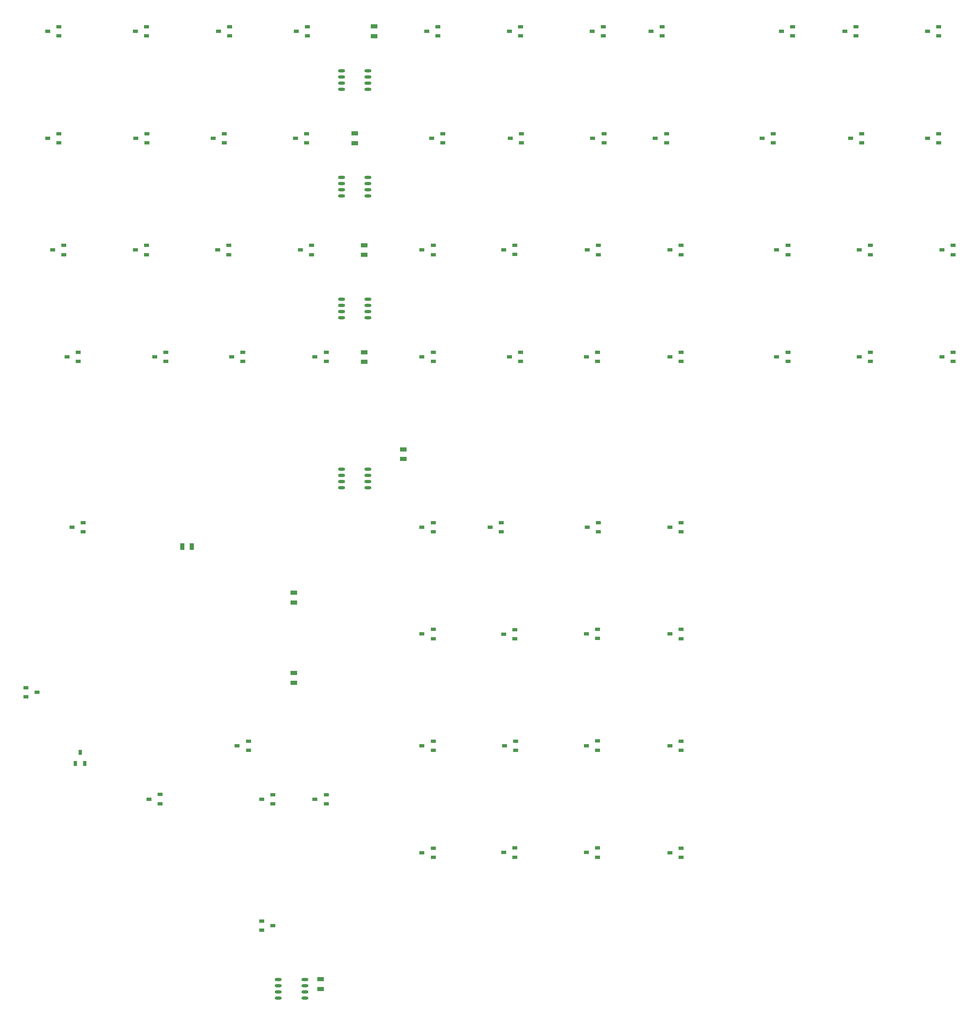
<source format=gbr>
%FSTAX23Y23*%
%MOIN*%
%SFA1B1*%

%IPPOS*%
%ADD10R,0.041339X0.025591*%
%ADD11R,0.025591X0.041339*%
%ADD12R,0.037401X0.055118*%
%ADD13R,0.055118X0.037401*%
%ADD14O,0.057087X0.023622*%
%LNkeyboardmain_paste_top-1*%
%LPD*%
G54D10*
X00171Y03108D03*
Y03033D03*
X00261Y0307D03*
X05478Y01734D03*
Y01809D03*
X05387Y01771D03*
X04803Y01736D03*
Y01811D03*
X04712Y01773D03*
X04133Y01736D03*
Y01811D03*
X04043Y01773D03*
X0347Y01734D03*
Y01809D03*
X03379Y01771D03*
X0208Y01218D03*
Y01143D03*
X02171Y01181D03*
X05478Y026D03*
Y02675D03*
X05387Y02637D03*
X04803Y02602D03*
Y02677D03*
X04712Y02639D03*
X04139Y026D03*
Y02675D03*
X04049Y02637D03*
X0347Y026D03*
Y02675D03*
X03379Y02637D03*
X02604Y02167D03*
Y02242D03*
X02513Y02204D03*
X02171Y02167D03*
Y02242D03*
X0208Y02204D03*
X01259Y02169D03*
Y02244D03*
X01169Y02206D03*
X05478Y03505D03*
Y0358D03*
X05387Y03543D03*
X04803Y03507D03*
Y03582D03*
X04712Y03545D03*
X04133Y03503D03*
Y03578D03*
X04043Y03541D03*
X0347Y03505D03*
Y0358D03*
X03379Y03543D03*
X01974Y026D03*
Y02675D03*
X01883Y02637D03*
X05478Y04372D03*
Y04446D03*
X05387Y04409D03*
X04809Y04372D03*
Y04446D03*
X04718Y04409D03*
X04021Y04372D03*
Y04446D03*
X03931Y04409D03*
X0347Y04372D03*
Y04446D03*
X03379Y04409D03*
X00635Y04372D03*
Y04446D03*
X00545Y04409D03*
X07683Y0575D03*
Y05824D03*
X07592Y05787D03*
X07013Y0575D03*
Y05824D03*
X06923Y05787D03*
X06344Y0575D03*
Y05824D03*
X06253Y05787D03*
X05478Y0575D03*
Y05824D03*
X05387Y05787D03*
X04803Y05751D03*
Y05826D03*
X04712Y05789D03*
X04179Y0575D03*
Y05824D03*
X04088Y05787D03*
X0347Y0575D03*
Y05824D03*
X03379Y05787D03*
X02604Y0575D03*
Y05824D03*
X02513Y05787D03*
X01929Y05751D03*
Y05826D03*
X01838Y05789D03*
X01305Y0575D03*
Y05824D03*
X01214Y05787D03*
X00596Y0575D03*
Y05824D03*
X00505Y05787D03*
X07683Y06616D03*
Y0669D03*
X07592Y06653D03*
X07013Y06616D03*
Y0669D03*
X06923Y06653D03*
X06344Y06616D03*
Y0669D03*
X06253Y06653D03*
X05478Y06616D03*
Y0669D03*
X05387Y06653D03*
X04809Y06616D03*
Y0669D03*
X04718Y06653D03*
X04133Y06618D03*
Y06692D03*
X04043Y06655D03*
X0347Y06616D03*
Y0669D03*
X03379Y06653D03*
X02486Y06616D03*
Y0669D03*
X02395Y06653D03*
X01816Y06616D03*
Y0669D03*
X01726Y06653D03*
X01147Y06616D03*
Y0669D03*
X01057Y06653D03*
X00478Y06616D03*
Y0669D03*
X00387Y06653D03*
X07564Y07521D03*
Y07596D03*
X07474Y07559D03*
X0694Y07521D03*
Y07596D03*
X0685Y07559D03*
X06226Y07521D03*
Y07596D03*
X06135Y07559D03*
X0536Y07521D03*
Y07596D03*
X05269Y07559D03*
X04854Y07521D03*
Y07596D03*
X04763Y07559D03*
X04185Y07521D03*
Y07596D03*
X04094Y07559D03*
X03549Y07521D03*
Y07596D03*
X03458Y07559D03*
X02446Y07521D03*
Y07596D03*
X02356Y07559D03*
X01777Y07521D03*
Y07596D03*
X01687Y07559D03*
X01153Y07521D03*
Y07596D03*
X01062Y07559D03*
X00438Y07521D03*
Y07596D03*
X00348Y07559D03*
X07564Y08387D03*
Y08462D03*
X07474Y08425D03*
X06895Y08387D03*
Y08462D03*
X06805Y08425D03*
X06383Y08387D03*
Y08462D03*
X06293Y08425D03*
X05326Y08387D03*
Y08462D03*
X05236Y08425D03*
X04848Y08387D03*
Y08462D03*
X04757Y08425D03*
X04179Y08387D03*
Y08462D03*
X04088Y08425D03*
X03509Y08387D03*
Y08462D03*
X03419Y08425D03*
X02452Y08387D03*
Y08462D03*
X02362Y08425D03*
X01822Y08387D03*
Y08462D03*
X01732Y08425D03*
X01147Y08387D03*
Y08462D03*
X01057Y08425D03*
X00438Y08387D03*
Y08462D03*
X00348Y08425D03*
G54D11*
X00572Y02494D03*
X00647D03*
X0061Y02584D03*
G54D12*
X01437Y04251D03*
X01515D03*
G54D13*
X02342Y03799D03*
Y03877D03*
Y03228D03*
Y03149D03*
X02559Y00748D03*
Y00669D03*
X02913Y05826D03*
Y05748D03*
Y06692D03*
Y06614D03*
X02834Y07598D03*
Y07519D03*
X02992Y08464D03*
Y08385D03*
X03228Y0496D03*
Y05039D03*
G54D14*
X0243Y00594D03*
Y00644D03*
Y00694D03*
Y00744D03*
X02215Y00594D03*
Y00644D03*
Y00694D03*
Y00744D03*
X02941Y04728D03*
Y04778D03*
Y04828D03*
Y04878D03*
X02727Y04728D03*
Y04778D03*
Y04828D03*
Y04878D03*
X02941Y06106D03*
Y06156D03*
Y06206D03*
Y06256D03*
X02727Y06106D03*
Y06156D03*
Y06206D03*
Y06256D03*
X02941Y0709D03*
Y0714D03*
Y0719D03*
Y0724D03*
X02727Y0709D03*
Y0714D03*
Y0719D03*
Y0724D03*
X02941Y07956D03*
Y08006D03*
Y08056D03*
Y08106D03*
X02727Y07956D03*
Y08006D03*
Y08056D03*
Y08106D03*
M02*
</source>
